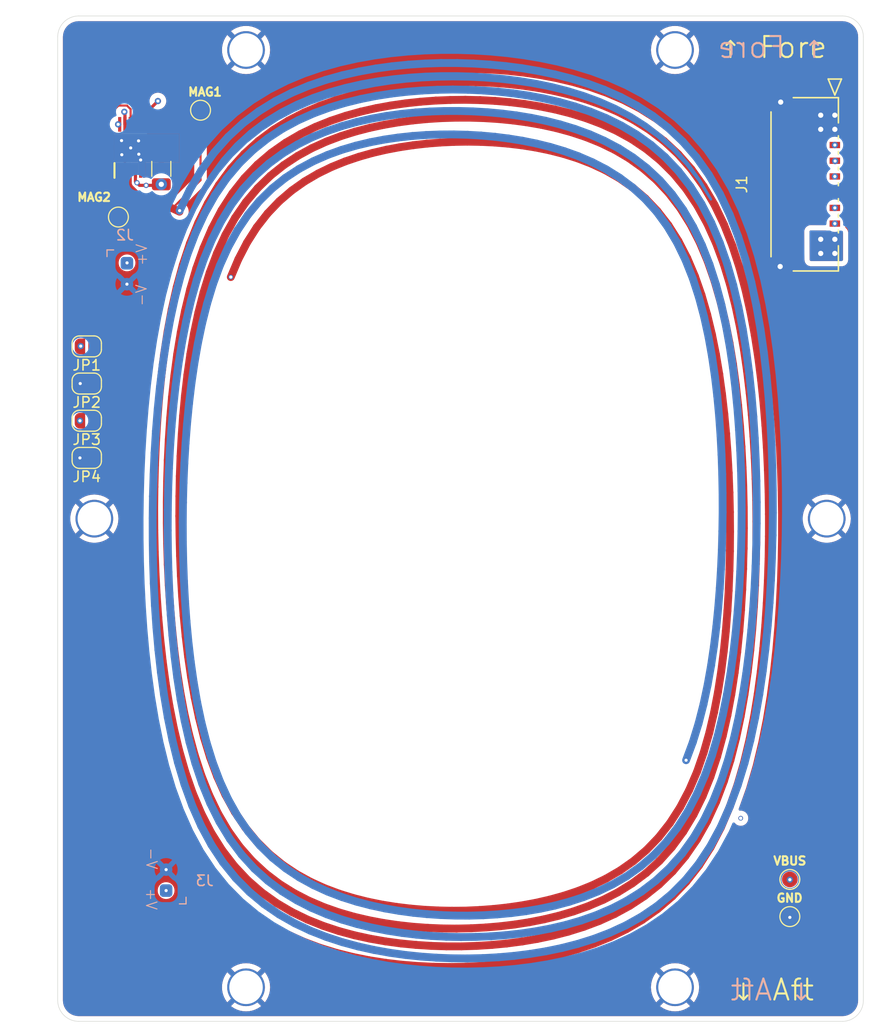
<source format=kicad_pcb>
(kicad_pcb (version 20221018) (generator pcbnew)
  (layers (0 "F.Cu" signal) (1 "In1.Cu" signal) (2 "In2.Cu" signal) (31 "B.Cu" signal) (34 "B.Paste" user) (35 "F.Paste" user) (36 "B.SilkS" user "B.Silkscreen") (37 "F.SilkS" user "F.Silkscreen") (38 "B.Mask" user) (39 "F.Mask" user) (44 "Edge.Cuts" user))
  (net 0 "")
  (net 1 "Net-(IC1-OUT2)")
  (net 2 "GND")
  (net 3 "Net-(IC1-OUT1)")
  (net 4 "VBUS")
  (net 5 "/NFAULT")
  (net 6 "/A0")
  (net 7 "/A1")
  (net 8 "/I2C_SDA")
  (net 9 "/I2C_SCL")
  (net 11 "/VSOLAR2")
  (net 12 "/VSOLAR1")
  (footprint "footprints:Molex_504050-0891" (layer "F.Cu") (at 184.075 56.574999 90)
    (fp_text reference "J1")
    (fp_text value "Molex_504050-0891")
  )
  (footprint "Jumper:SolderJumper-2_P1.3mm_Open_RoundedPad1.0x1.5mm" (layer "F.Cu") (at 112.575 80.85 180)
    (fp_text reference "JP2")
    (fp_text value "SolderJumper_2_Open")
  )
  (footprint "TestPoint:TestPoint_Pad_D1.5mm" (layer "F.Cu") (at 179.775 131.75)
    (fp_text reference "TP4" hide)
    (fp_text value "TestPoint_Probe" hide)
  )
  (footprint "footprints:SOP50P490X110-11N" (layer "F.Cu") (at 116.725 58.3 90)
    (fp_text reference "IC1" hide)
    (fp_text value "DRV8830DGQR" hide)
  )
  (footprint "TestPoint:TestPoint_Pad_D1.5mm" (layer "F.Cu") (at 123.45 54.75)
    (fp_text reference "TP2" hide)
    (fp_text value "TestPoint_Probe" hide)
  )
  (footprint "Jumper:SolderJumper-2_P1.3mm_Open_RoundedPad1.0x1.5mm" (layer "F.Cu") (at 112.575 87.95 180)
    (fp_text reference "JP4")
    (fp_text value "SolderJumper_2_Open")
  )
  (footprint "footprints:Magnetorquer" (layer "F.Cu") (at 148.1 93.75)
    (fp_text reference "M1")
    (fp_text value "Magnetorquer")
  )
  (footprint "TestPoint:TestPoint_Pad_D1.5mm" (layer "F.Cu") (at 115.6 64.95)
    (fp_text reference "TP1" hide)
    (fp_text value "TestPoint_Probe" hide)
  )
  (footprint "Jumper:SolderJumper-2_P1.3mm_Open_RoundedPad1.0x1.5mm" (layer "F.Cu") (at 112.575 84.4 180)
    (fp_text reference "JP3")
    (fp_text value "SolderJumper_2_Open")
  )
  (footprint "footprints:Interior_Side_Panel_PCB_Shape" (layer "F.Cu") (at 109.1 141.75)
    (fp_text reference "PCB1" hide)
    (fp_text value "~" hide)
    (fp_line (start 0.7 -94) (end 0.7 -2) (stroke (width 0.05)) (layer "Edge.Cuts"))
    (fp_line (start 2.7 -96) (end 75.7 -96) (stroke (width 0.05)) (layer "Edge.Cuts"))
    (fp_line (start 75.7 0) (end 2.7 0) (stroke (width 0.05)) (layer "Edge.Cuts"))
    (fp_line (start 77.7 -94) (end 77.7 -2) (stroke (width 0.05)) (layer "Edge.Cuts"))
    (fp_arc (start 0.7 -94) (mid 1.285786 -95.414214) (end 2.7 -96) (stroke (width 0.05)) (layer "Edge.Cuts"))
    (fp_arc (start 2.7 0) (mid 1.285786 -0.585786) (end 0.7 -2) (stroke (width 0.05)) (layer "Edge.Cuts"))
    (fp_arc (start 75.7 -96) (mid 77.114214 -95.414214) (end 77.7 -94) (stroke (width 0.05)) (layer "Edge.Cuts"))
    (fp_arc (start 77.7 -2) (mid 77.114214 -0.585786) (end 75.7 0) (stroke (width 0.05)) (layer "Edge.Cuts"))
  )
  (footprint "TestPoint:TestPoint_Pad_D1.5mm" (layer "F.Cu") (at 179.775 128.2)
    (fp_text reference "TP3" hide)
    (fp_text value "TestPoint_Probe" hide)
  )
  (footprint "Jumper:SolderJumper-2_P1.3mm_Open_RoundedPad1.0x1.5mm" (layer "F.Cu") (at 112.575 77.3 180)
    (fp_text reference "JP1")
    (fp_text value "SolderJumper_2_Open")
  )
  (footprint "Capacitor_SMD:C_1206_3216Metric" (layer "F.Cu") (at 119.7 60.35 90)
    (fp_text reference "C1" hide)
    (fp_text value "10u")
  )
  (footprint "footprints:Solar Panel Connector (Raw Pads)" (layer "B.Cu") (at 116.475 70.3 -90)
    (fp_text reference "J2")
    (fp_text value "Solar1" hide)
  )
  (footprint "footprints:Solar Panel Connector (Raw Pads)" (layer "B.Cu") (at 120.1 128.325 90)
    (fp_text reference "J3")
    (fp_text value "Solar2" hide)
  )
  (gr_text "GND" (at 179.75 130.45) (layer "F.SilkS") (effects (font (size 0.8 0.8) (thickness 0.2) bold) (justify bottom)))
  (gr_text "VBUS" (at 179.775 126.9) (layer "F.SilkS") (effects (font (size 0.8 0.8) (thickness 0.2) bold) (justify bottom)))
  (gr_text "MAG2" (at 113.275 63.525) (layer "F.SilkS") (effects (font (size 0.8 0.8) (thickness 0.2) bold) (justify bottom)))
  (gr_text "MAG1" (at 123.875 53.475) (layer "F.SilkS") (effects (font (size 0.8 0.8) (thickness 0.2) bold) (justify bottom)))
  (segment (start 115.625 64.925) (end 115.625 61.934537) (width 0.2) (layer "F.Cu") (net 1))
  (segment (start 115.625 61.934537) (end 115.625 60.5) (width 0.5) (layer "F.Cu") (net 1))
  (segment (start 120.3 65.4) (end 119.090463 65.4) (width 0.5) (layer "F.Cu") (net 1))
  (segment (start 119.090463 65.4) (end 115.625 61.934537) (width 0.5) (layer "F.Cu") (net 1))
  (segment (start 115.6 64.95) (end 115.625 64.925) (width 0.2) (layer "F.Cu") (net 1))
  (segment (start 116.225 60.5) (end 116.225 59.3) (width 0.2) (layer "F.Cu") (net 2))
  (segment (start 117.725 59.125) (end 117.55 58.95) (width 0.3) (layer "F.Cu") (net 2))
  (segment (start 116.225 59.3) (end 115.925 59) (width 0.2) (layer "F.Cu") (net 2))
  (segment (start 117.725 60.5) (end 117.725 59.125) (width 0.3) (layer "F.Cu") (net 2))
  (via (at 182.725 56.574999) (size 1.1) (drill 0.5) (layers "F.Cu" "B.Cu") (net 2))
  (via (at 116.415 71.36) (size 0.6) (drill 0.3) (layers "F.Cu" "B.Cu") (net 2))
  (via (at 115.9 57.65) (size 0.6) (drill 0.3) (layers "F.Cu" "B.Cu") (net 2))
  (via (at 120.16 127.265) (size 0.6) (drill 0.3) (layers "F.Cu" "B.Cu") (net 2))
  (via (at 179.775 131.825) (size 0.6) (drill 0.3) (layers "F.Cu" "B.Cu") (net 2))
  (via (at 184.075 56.574999) (size 1.1) (drill 0.5) (layers "F.Cu" "B.Cu") (net 2))
  (via (at 111.925 87.95) (size 0.6) (drill 0.3) (layers "F.Cu" "B.Cu") (net 2))
  (via (at 115.925 59) (size 0.6) (drill 0.3) (layers "F.Cu" "B.Cu") (net 2))
  (via (at 116.775 58.35) (size 0.6) (drill 0.3) (layers "F.Cu" "B.Cu") (net 2))
  (via (at 178.9 53.975) (size 1.1) (drill 0.5) (layers "F.Cu" "B.Cu") (net 2))
  (via (at 178.85 69.675) (size 1.1) (drill 0.5) (layers "F.Cu" "B.Cu") (net 2))
  (via (at 117.525 57.675) (size 0.6) (drill 0.3) (layers "F.Cu" "B.Cu") (net 2))
  (via (at 184.075 55.224999) (size 1.1) (drill 0.5) (layers "F.Cu" "B.Cu") (net 2))
  (via (at 182.725 55.224999) (size 1.1) (drill 0.5) (layers "F.Cu" "B.Cu") (net 2))
  (via (at 117.725 59.5) (size 0.5) (drill 0.3) (layers "F.Cu" "B.Cu") (net 2))
  (via (at 111.95 80.85) (size 0.6) (drill 0.3) (layers "F.Cu" "B.Cu") (net 2))
  (via (at 117.55 58.95) (size 0.6) (drill 0.3) (layers "F.Cu" "B.Cu") (net 2))
  (segment (start 116.725 60.5) (end 116.725 61.9) (width 0.3) (layer "F.Cu") (net 3))
  (segment (start 120.76 64.12) (end 119.795 64.12) (width 0.5) (layer "F.Cu") (net 3))
  (segment (start 116.675 61.994587) (end 116.675 61.9) (width 0.5) (layer "F.Cu") (net 3))
  (segment (start 123.45 61.43) (end 120.76 64.12) (width 0.2) (layer "F.Cu") (net 3))
  (segment (start 117.930413 63.25) (end 116.675 61.994587) (width 0.5) (layer "F.Cu") (net 3))
  (segment (start 119.795 64.12) (end 118.925 63.25) (width 0.5) (layer "F.Cu") (net 3))
  (segment (start 123.45 54.75) (end 123.45 61.43) (width 0.2) (layer "F.Cu") (net 3))
  (segment (start 118.925 63.25) (end 117.930413 63.25) (width 0.5) (layer "F.Cu") (net 3))
  (segment (start 117.625 61.925) (end 117.375 61.675) (width 0.3) (layer "F.Cu") (net 4))
  (segment (start 118.25 61.925) (end 119.6 61.925) (width 0.3) (layer "F.Cu") (net 4))
  (segment (start 118.25 61.925) (end 117.625 61.925) (width 0.3) (layer "F.Cu") (net 4))
  (segment (start 117.225 61.55) (end 117.225 60.5) (width 0.3) (layer "F.Cu") (net 4))
  (segment (start 119.6 61.925) (end 119.7 61.825) (width 0.3) (layer "F.Cu") (net 4))
  (segment (start 117.375 61.675) (end 117.35 61.675) (width 0.3) (layer "F.Cu") (net 4))
  (segment (start 117.35 61.675) (end 117.225 61.55) (width 0.3) (layer "F.Cu") (net 4))
  (via (at 184.075 68.425) (size 1.1) (drill 0.5) (layers "F.Cu" "B.Cu") (net 4))
  (via (at 182.725 67.075) (size 1.1) (drill 0.5) (layers "F.Cu" "B.Cu") (net 4))
  (via (at 184.075 67.075) (size 1.1) (drill 0.5) (layers "F.Cu" "B.Cu") (net 4))
  (via (at 119.7 61.825) (size 1.1) (drill 0.5) (layers "F.Cu" "B.Cu") (net 4))
  (via (at 179.775 128.225) (size 0.6) (drill 0.3) (layers "F.Cu" "B.Cu") (net 4))
  (via (at 182.725 68.425) (size 1.1) (drill 0.5) (layers "F.Cu" "B.Cu") (net 4))
  (via (at 111.925 84.4) (size 0.6) (drill 0.3) (layers "F.Cu" "B.Cu") (net 4))
  (via (at 112 77.275) (size 0.6) (drill 0.3) (layers "F.Cu" "B.Cu") (net 4))
  (via (at 117.375 61.675) (size 0.5) (drill 0.3) (layers "F.Cu" "B.Cu") (net 4))
  (via (at 118.25 61.925) (size 0.5) (drill 0.3) (layers "F.Cu" "B.Cu") (net 4))
  (segment (start 117.725 55.525) (end 117.725 56.1) (width 0.3) (layer "F.Cu") (net 5))
  (segment (start 119.375 53.875) (end 117.725 55.525) (width 0.3) (layer "F.Cu") (net 5))
  (via (at 184.075 58.074999) (size 0.6) (drill 0.3) (layers "F.Cu" "B.Cu") (net 5))
  (via (at 119.375 53.875) (size 0.6) (drill 0.3) (layers "F.Cu" "B.Cu") (net 5))
  (segment (start 117.225 54.545036) (end 117.225 56.1) (width 0.2) (layer "F.Cu") (net 6))
  (segment (start 116.582129 53.902165) (end 117.225 54.545036) (width 0.2) (layer "F.Cu") (net 6))
  (segment (start 113.6 76.925) (end 113.6 55.741546) (width 0.2) (layer "F.Cu") (net 6))
  (segment (start 113.6 55.741546) (end 115.439381 53.902165) (width 0.2) (layer "F.Cu") (net 6))
  (segment (start 115.439381 53.902165) (end 116.582129 53.902165) (width 0.2) (layer "F.Cu") (net 6))
  (segment (start 113.225 77.3) (end 113.225 80.85) (width 0.2) (layer "F.Cu") (net 6))
  (segment (start 113.225 77.3) (end 113.6 76.925) (width 0.2) (layer "F.Cu") (net 6))
  (segment (start 113.225 84.4) (end 113.225 87.95) (width 0.2) (layer "F.Cu") (net 7))
  (segment (start 116.767914 54.653636) (end 116.767914 56.057086) (width 0.2) (layer "F.Cu") (net 7))
  (segment (start 114.030142 55.877089) (end 115.605066 54.302165) (width 0.2) (layer "F.Cu") (net 7))
  (segment (start 116.767914 56.057086) (end 116.725 56.1) (width 0.2) (layer "F.Cu") (net 7))
  (segment (start 116.416443 54.302165) (end 116.767914 54.653636) (width 0.2) (layer "F.Cu") (net 7))
  (segment (start 114.030142 83.594858) (end 114.030142 55.877089) (width 0.2) (layer "F.Cu") (net 7))
  (segment (start 113.225 84.4) (end 114.030142 83.594858) (width 0.2) (layer "F.Cu") (net 7))
  (segment (start 115.605066 54.302165) (end 116.416443 54.302165) (width 0.2) (layer "F.Cu") (net 7))
  (segment (start 116.167914 54.902165) (end 116.225 54.959251) (width 0.3) (layer "F.Cu") (net 8))
  (segment (start 116.225 54.959251) (end 116.225 56.1) (width 0.3) (layer "F.Cu") (net 8))
  (via (at 184.1 59.599999) (size 0.6) (drill 0.3) (layers "F.Cu" "B.Cu") (net 8))
  (via (at 116.167914 54.902165) (size 0.6) (drill 0.3) (layers "F.Cu" "B.Cu") (net 8))
  (segment (start 115.575 56.1) (end 115.725 56.1) (width 0.3) (layer "F.Cu") (net 9))
  (via (at 115.575 56.1) (size 0.6) (drill 0.3) (layers "F.Cu" "B.Cu") (net 9))
  (via (at 184.075 61.075) (size 0.6) (drill 0.3) (layers "F.Cu" "B.Cu") (net 9))
  (via (at 184.075 64.074999) (size 0.6) (drill 0.3) (layers "F.Cu" "B.Cu") (net 11))
  (via (at 116.425 69.325) (size 0.6) (drill 0.3) (layers "F.Cu" "B.Cu") (net 11))
  (via (at 184.075 65.574999) (size 0.6) (drill 0.3) (layers "F.Cu" "B.Cu") (net 12))
  (via (at 120.16 129.265) (size 0.6) (drill 0.3) (layers "F.Cu" "B.Cu") (net 12))
  (zone (net 2) (net_name "GND") (layers "F.Cu" "In1.Cu" "In2.Cu" "B.Cu") (connect_pads yes (clearance 0.5)) (min_thickness 0.025) (fill yes (thermal_gap 0) (thermal_bridge_width 0.025))
    (polygon (pts (xy 181.65 54.375) (xy 184.85 54.4) (xy 184.85 57.3) (xy 181.675 57.3)))
  )
  (zone (net 4) (net_name "VBUS") (layers "F.Cu" "In1.Cu" "In2.Cu" "B.Cu") (priority 2) (connect_pads yes (clearance 0.5)) (min_thickness 0.25) (fill yes (thermal_gap 0.5) (thermal_bridge_width 0.5))
    (polygon (pts (xy 181.65 66.225001) (xy 184.85 66.250001) (xy 184.85 69.150001) (xy 181.675 69.150001)))
  )
  (zone (net 2) (net_name "GND") (layers "F.Cu" "In1.Cu" "In2.Cu" "B.Cu") (priority 1) (connect_pads yes (clearance 0.5)) (min_thickness 0.25) (fill yes (thermal_gap 0.5) (thermal_bridge_width 0.5))
    (polygon (pts (xy 115.19964 59.713507) (xy 115.19964 57.007007) (xy 121.42464 57.007007) (xy 121.42464 59.725)))
  )
  (zone (net 2) (net_name "GND") (layers "F.Cu" "In1.Cu" "In2.Cu" "B.Cu") (priority 1) (connect_pads yes (clearance 0.5)) (min_thickness 0.25) (fill yes (thermal_gap 0.5) (thermal_bridge_width 0.5))
    (polygon (pts (xy 118.209312 61.249814) (xy 117.486346 61.249814) (xy 117.486346 57.024814) (xy 118.217113 57.024814)))
  )
  (zone (net 2) (net_name "GND") (layers "F.Cu" "In1.Cu" "B.Cu") (connect_pads (clearance 0.5)) (min_thickness 0.25) (fill yes (thermal_gap 0.5) (thermal_bridge_width 0.5))
    (polygon (pts (xy 109.1 141.75) (xy 109.1 44.225) (xy 187.575 44.225) (xy 187.725 141.825)))
  )
)
</source>
